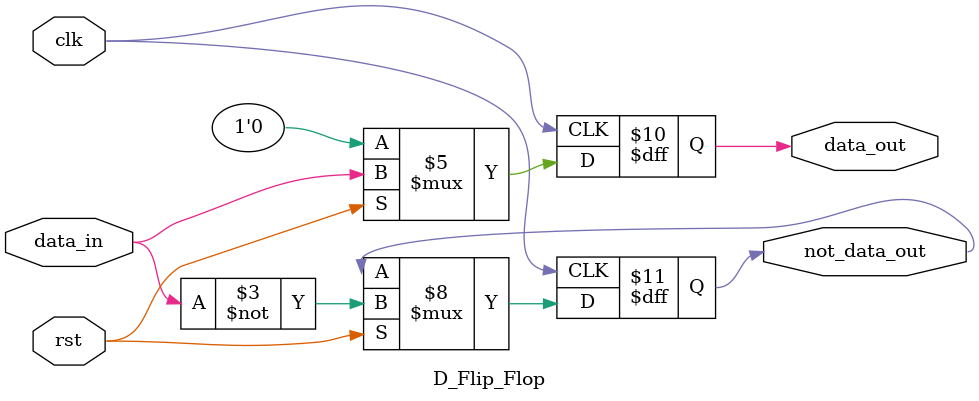
<source format=sv>
module D_Flip_Flop(
  input  logic data_in,  clk,
  input  logic rst,
  output logic data_out, not_data_out
  );
  
  
  always_ff @(posedge clk) begin
    
    if (!rst) data_out = 0;
    
    else begin
    
    data_out = data_in;
    not_data_out = ~data_in;
      
    end
    
  end
  
endmodule

</source>
